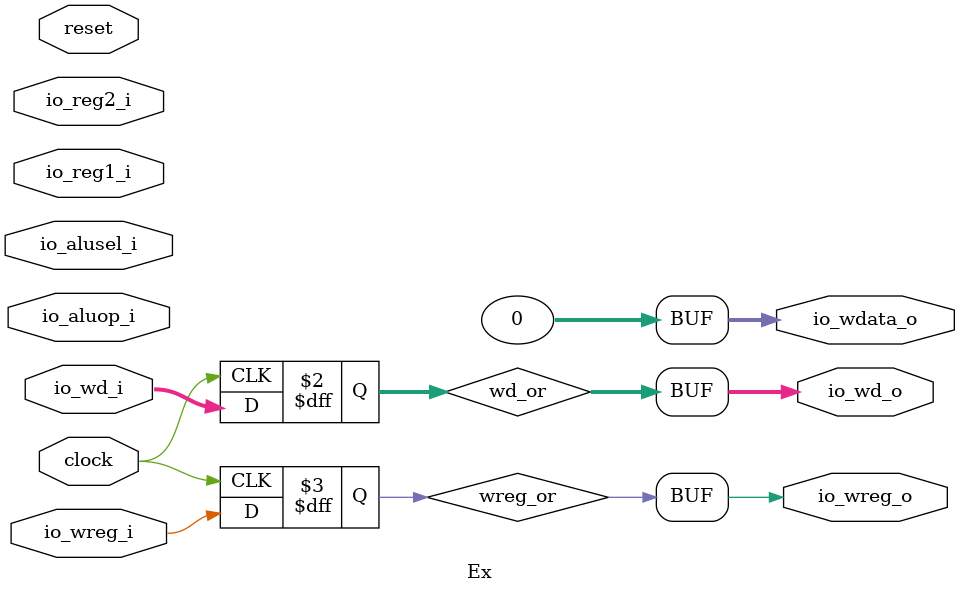
<source format=v>
module Ex(
  input         clock,
  input         reset,
  input  [7:0]  io_aluop_i,
  input  [2:0]  io_alusel_i,
  input  [31:0] io_reg1_i,
  input  [31:0] io_reg2_i,
  input  [4:0]  io_wd_i,
  input         io_wreg_i,
  output [4:0]  io_wd_o,
  output        io_wreg_o,
  output [31:0] io_wdata_o
);
`ifdef RANDOMIZE_REG_INIT
  reg [31:0] _RAND_0;
  reg [31:0] _RAND_1;
`endif // RANDOMIZE_REG_INIT
  reg [4:0] wd_or; // @[Ex.scala 23:18]
  reg  wreg_or; // @[Ex.scala 24:20]
  assign io_wd_o = wd_or; // @[Ex.scala 27:11]
  assign io_wreg_o = wreg_or; // @[Ex.scala 28:13]
  assign io_wdata_o = 32'h0; // @[Ex.scala 29:14]
  always @(posedge clock) begin
    wd_or <= io_wd_i; // @[Ex.scala 46:9]
    wreg_or <= io_wreg_i; // @[Ex.scala 47:11]
  end
// Register and memory initialization
`ifdef RANDOMIZE_GARBAGE_ASSIGN
`define RANDOMIZE
`endif
`ifdef RANDOMIZE_INVALID_ASSIGN
`define RANDOMIZE
`endif
`ifdef RANDOMIZE_REG_INIT
`define RANDOMIZE
`endif
`ifdef RANDOMIZE_MEM_INIT
`define RANDOMIZE
`endif
`ifndef RANDOM
`define RANDOM $random
`endif
`ifdef RANDOMIZE_MEM_INIT
  integer initvar;
`endif
`ifndef SYNTHESIS
`ifdef FIRRTL_BEFORE_INITIAL
`FIRRTL_BEFORE_INITIAL
`endif
initial begin
  `ifdef RANDOMIZE
    `ifdef INIT_RANDOM
      `INIT_RANDOM
    `endif
    `ifndef VERILATOR
      `ifdef RANDOMIZE_DELAY
        #`RANDOMIZE_DELAY begin end
      `else
        #0.002 begin end
      `endif
    `endif
`ifdef RANDOMIZE_REG_INIT
  _RAND_0 = {1{`RANDOM}};
  wd_or = _RAND_0[4:0];
  _RAND_1 = {1{`RANDOM}};
  wreg_or = _RAND_1[0:0];
`endif // RANDOMIZE_REG_INIT
  `endif // RANDOMIZE
end // initial
`ifdef FIRRTL_AFTER_INITIAL
`FIRRTL_AFTER_INITIAL
`endif
`endif // SYNTHESIS
endmodule

</source>
